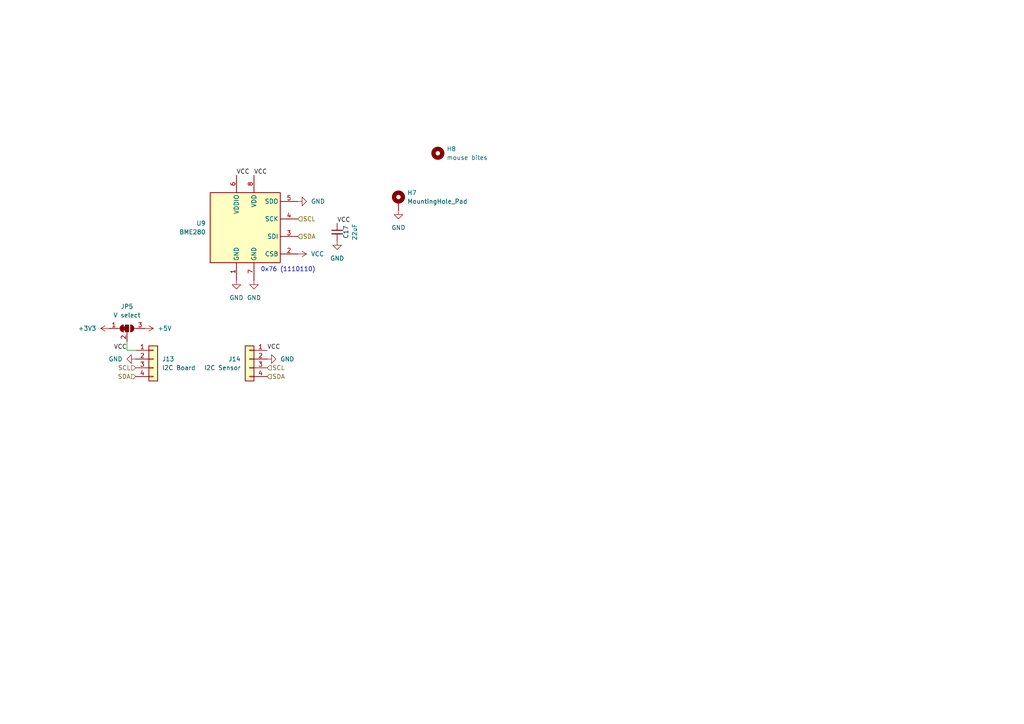
<source format=kicad_sch>
(kicad_sch (version 20231120) (generator "eeschema") (generator_version "8.0")
  (paper "A4")
  (lib_symbols
    (symbol "Connector_Generic:Conn_01x04" (pin_names (offset 1.016) hide)
      (property "Reference" "J" (at 0 5.08 0))
      (property "Value" "Conn_01x04" (at 0 -7.62 0))
      (symbol "Conn_01x04_1_1"
        (rectangle (start -1.27 -4.953) (end 0 -5.207) (stroke (width 0.1524)))
        (rectangle (start -1.27 -2.413) (end 0 -2.667) (stroke (width 0.1524)))
        (rectangle (start -1.27 0.127) (end 0 -0.127) (stroke (width 0.1524)))
        (rectangle (start -1.27 2.667) (end 0 2.413) (stroke (width 0.1524)))
        (rectangle (start -1.27 3.81) (end 1.27 -6.35) (stroke (width 0.254)) (fill (type background)))
        (pin passive line (at -5.08 2.54 0) (length 3.81) (name "Pin_1") (number "1"))
        (pin passive line (at -5.08 0 0) (length 3.81) (name "Pin_2") (number "2"))
        (pin passive line (at -5.08 -2.54 0) (length 3.81) (name "Pin_3") (number "3"))
        (pin passive line (at -5.08 -5.08 0) (length 3.81) (name "Pin_4") (number "4"))
      )
    )
    (symbol "Device:C_Small" (pin_numbers hide) (pin_names (offset 0.254) hide)
      (property "Reference" "C" (at 0.254 1.778 0))
      (property "Value" "C_Small" (at 0.254 -2.032 0))
      (symbol "C_Small_0_1"
        (polyline (pts (xy -1.524 -0.508) (xy 1.524 -0.508)) (stroke (width 0.3302)))
        (polyline (pts (xy -1.524 0.508) (xy 1.524 0.508)) (stroke (width 0.3048)))
      )
      (symbol "C_Small_1_1"
        (pin passive line (at 0 2.54 270) (length 2.032) (name "~") (number "1"))
        (pin passive line (at 0 -2.54 90) (length 2.032) (name "~") (number "2"))
      )
    )
    (symbol "Jumper:SolderJumper_3_Bridged12" (pin_names (offset 0) hide) (exclude_from_sim yes) (in_bom no)
      (property "Reference" "JP" (at -2.54 -2.54 0))
      (property "Value" "SolderJumper_3_Bridged12" (at 0 2.794 0))
      (symbol "SolderJumper_3_Bridged12_0_1"
        (rectangle (start -1.016 0.508) (end -0.508 -0.508) (fill (type outline)))
        (arc (start -1.016 1.016) (mid -2.0276 0) (end -1.016 -1.016))
        (arc (start -1.016 1.016) (mid -2.0276 0) (end -1.016 -1.016) (fill (type outline)))
        (rectangle (start -0.508 1.016) (end 0.508 -1.016) (fill (type outline)))
        (polyline (pts (xy -2.54 0) (xy -2.032 0)))
        (polyline (pts (xy -1.016 1.016) (xy -1.016 -1.016)))
        (polyline (pts (xy 0 -1.27) (xy 0 -1.016)))
        (polyline (pts (xy 1.016 1.016) (xy 1.016 -1.016)))
        (polyline (pts (xy 2.54 0) (xy 2.032 0)))
        (arc (start 1.016 -1.016) (mid 2.0276 0) (end 1.016 1.016))
        (arc (start 1.016 -1.016) (mid 2.0276 0) (end 1.016 1.016) (fill (type outline)))
      )
      (symbol "SolderJumper_3_Bridged12_1_1"
        (pin passive line (at -5.08 0 0) (length 2.54) (name "A") (number "1"))
        (pin passive line (at 0 -3.81 90) (length 2.54) (name "C") (number "2"))
        (pin passive line (at 5.08 0 180) (length 2.54) (name "B") (number "3"))
      )
    )
    (symbol "Mechanical:MountingHole" (pin_names (offset 1.016)) (exclude_from_sim yes) (in_bom no)
      (property "Reference" "H" (at 0 5.08 0))
      (property "Value" "MountingHole" (at 0 3.175 0))
      (symbol "MountingHole_0_1"
        (circle (center 0 0) (radius 1.27) (stroke (width 1.27)))
      )
    )
    (symbol "Mechanical:MountingHole_Pad" (pin_numbers hide) (pin_names (offset 1.016) hide) (exclude_from_sim yes) (in_bom no)
      (property "Reference" "H" (at 0 6.35 0))
      (property "Value" "MountingHole_Pad" (at 0 4.445 0))
      (symbol "MountingHole_Pad_0_1"
        (circle (center 0 1.27) (radius 1.27) (stroke (width 1.27)))
      )
      (symbol "MountingHole_Pad_1_1"
        (pin input line (at 0 -2.54 90) (length 2.54) (name "1") (number "1"))
      )
    )
    (symbol "Sensor:BME280"
      (property "Reference" "U" (at -8.89 11.43 0))
      (property "Value" "BME280" (at 7.62 11.43 0))
      (symbol "BME280_0_1"
        (rectangle (start -10.16 10.16) (end 10.16 -10.16) (stroke (width 0.254)) (fill (type background)))
      )
      (symbol "BME280_1_1"
        (pin power_in line (at -2.54 -15.24 90) (length 5.08) (name "GND") (number "1"))
        (pin input line (at 15.24 -7.62 180) (length 5.08) (name "CSB") (number "2"))
        (pin bidirectional line (at 15.24 -2.54 180) (length 5.08) (name "SDI") (number "3"))
        (pin input line (at 15.24 2.54 180) (length 5.08) (name "SCK") (number "4"))
        (pin bidirectional line (at 15.24 7.62 180) (length 5.08) (name "SDO") (number "5"))
        (pin power_in line (at -2.54 15.24 270) (length 5.08) (name "VDDIO") (number "6"))
        (pin power_in line (at 2.54 -15.24 90) (length 5.08) (name "GND") (number "7"))
        (pin power_in line (at 2.54 15.24 270) (length 5.08) (name "VDD") (number "8"))
      )
    )
    (symbol "power:+3V3" (power) (pin_numbers hide) (pin_names (offset 0) hide)
      (property "Value" "+3V3" (at 0 3.556 0))
      (symbol "+3V3_0_1"
        (polyline (pts (xy -0.762 1.27) (xy 0 2.54)))
        (polyline (pts (xy 0 0) (xy 0 2.54)))
        (polyline (pts (xy 0 2.54) (xy 0.762 1.27)))
      )
      (symbol "+3V3_1_1"
        (pin power_in line (at 0 0 90) (length 0) (name "~") (number "1"))
      )
    )
    (symbol "power:+5V" (power) (pin_numbers hide) (pin_names (offset 0) hide)
      (property "Value" "+5V" (at 0 3.556 0))
      (symbol "+5V_0_1"
        (polyline (pts (xy -0.762 1.27) (xy 0 2.54)))
        (polyline (pts (xy 0 0) (xy 0 2.54)))
        (polyline (pts (xy 0 2.54) (xy 0.762 1.27)))
      )
      (symbol "+5V_1_1"
        (pin power_in line (at 0 0 90) (length 0) (name "~") (number "1"))
      )
    )
    (symbol "power:GND" (power) (pin_numbers hide) (pin_names (offset 0) hide)
      (property "Value" "GND" (at 0 -3.81 0))
      (symbol "GND_0_1"
        (polyline (pts (xy 0 0) (xy 0 -1.27) (xy 1.27 -1.27) (xy 0 -2.54) (xy -1.27 -1.27) (xy 0 -1.27)))
      )
      (symbol "GND_1_1"
        (pin power_in line (at 0 0 270) (length 0) (name "~") (number "1"))
      )
    )
    (symbol "power:VCC" (power) (pin_numbers hide) (pin_names (offset 0) hide)
      (property "Value" "VCC" (at 0 3.556 0))
      (symbol "VCC_0_1"
        (polyline (pts (xy -0.762 1.27) (xy 0 2.54)))
        (polyline (pts (xy 0 0) (xy 0 2.54)))
        (polyline (pts (xy 0 2.54) (xy 0.762 1.27)))
      )
      (symbol "VCC_1_1"
        (pin power_in line (at 0 0 90) (length 0) (name "~") (number "1"))
      )
    )
  )
  (wire (pts (xy 36.83 99.06) (xy 36.83 101.6)))
  (wire (pts (xy 36.83 101.6) (xy 39.37 101.6)))
  (text "0x76 (1110110)" (at 83.566 78.232 0) (effects (font (size 1.27 1.27))))
  (label "VCC" (at 36.83 101.6 180))
  (label "VCC" (at 68.58 50.8 0))
  (label "VCC" (at 97.79 64.77 0))
  (label "VCC" (at 77.47 101.6 0))
  (label "VCC" (at 73.66 50.8 0))
  (hierarchical_label "SCL" (shape input) (at 77.47 106.68 0))
  (hierarchical_label "SDA" (shape input) (at 86.36 68.58 0))
  (hierarchical_label "SCL" (shape input) (at 39.37 106.68 180))
  (hierarchical_label "SDA" (shape input) (at 77.47 109.22 0))
  (hierarchical_label "SDA" (shape input) (at 39.37 109.22 180))
  (hierarchical_label "SCL" (shape input) (at 86.36 63.5 0))
  (symbol (lib_id "power:GND") (at 115.57 60.96 0) (unit 1)
    (property "Reference" "#PWR094" (effects (hide yes)))
    (property "Value" "GND" (at 115.57 66.04 0))
    (property "Description" "Power symbol creates a global label with name \"GND\" , ground" (effects (hide yes)))
  )
  (symbol (lib_id "power:GND") (at 77.47 104.14 90) (mirror x) (unit 1)
    (property "Reference" "#PWR090" (effects (hide yes)))
    (property "Value" "GND" (at 81.28 104.1399 90) (effects (justify right)))
    (property "Description" "Power symbol creates a global label with name \"GND\" , ground" (effects (hide yes)))
  )
  (symbol (lib_id "Mechanical:MountingHole_Pad") (at 115.57 58.42 0) (unit 1) (exclude_from_sim yes) (in_bom no)
    (property "Reference" "H7" (at 118.11 55.8799 0) (effects (justify left)))
    (property "Value" "MountingHole_Pad" (at 118.11 58.4199 0) (effects (justify left)))
    (property "Footprint" "MountingHole:MountingHole_3.2mm_M3_Pad" (effects (hide yes)))
    (property "Description" "Mounting Hole with connection" (effects (hide yes)))
  )
  (symbol (lib_id "Sensor:BME280") (at 71.12 66.04 0) (unit 1)
    (property "Reference" "U9" (at 59.69 64.7699 0) (effects (justify right)))
    (property "Value" "BME280" (at 59.69 67.3099 0) (effects (justify right)))
    (property "Footprint" "Package_LGA:Bosch_LGA-8_2.5x2.5mm_P0.65mm_ClockwisePinNumbering" (effects (hide yes)))
    (property "Datasheet" "https://www.bosch-sensortec.com/media/boschsensortec/downloads/datasheets/bst-bme280-ds002.pdf" (effects (hide yes)))
    (property "Description" "3-in-1 sensor, humidity, pressure, temperature, I2C and SPI interface, 1.71-3.6V, LGA-8" (effects (hide yes)))
  )
  (symbol (lib_id "Connector_Generic:Conn_01x04") (at 72.39 104.14 0) (mirror y) (unit 1)
    (property "Reference" "J14" (at 69.85 104.1399 0) (effects (justify left)))
    (property "Value" "I2C Sensor" (at 69.85 106.6799 0) (effects (justify left)))
    (property "Footprint" "Connector_PinHeader_2.54mm:PinHeader_1x04_P2.54mm_Vertical" (effects (hide yes)))
    (property "Description" "Generic connector, single row, 01x04, script generated (kicad-library-utils/schlib/autogen/connector/)" (effects (hide yes)))
  )
  (symbol (lib_id "power:GND") (at 97.79 69.85 0) (unit 1)
    (property "Reference" "#PWR093" (effects (hide yes)))
    (property "Value" "GND" (at 97.79 74.93 0))
    (property "Description" "Power symbol creates a global label with name \"GND\" , ground" (effects (hide yes)))
  )
  (symbol (lib_id "Device:C_Small") (at 97.79 67.31 0) (unit 1)
    (property "Reference" "C17" (at 100.33 67.31 90))
    (property "Value" "22uF" (at 102.87 67.31 90))
    (property "Footprint" "Capacitor_SMD:C_0603_1608Metric" (effects (hide yes)))
    (property "Description" "Unpolarized capacitor, small symbol" (effects (hide yes)))
  )
  (symbol (lib_id "power:+5V") (at 41.91 95.25 270) (unit 1)
    (property "Reference" "#PWR087" (effects (hide yes)))
    (property "Value" "+5V" (at 45.72 95.2499 90) (effects (justify left)))
    (property "Description" "Power symbol creates a global label with name \"+5V\"" (effects (hide yes)))
  )
  (symbol (lib_id "power:VCC") (at 86.36 73.66 270) (unit 1)
    (property "Reference" "#PWR092" (effects (hide yes)))
    (property "Value" "VCC" (at 90.17 73.6599 90) (effects (justify left)))
    (property "Description" "Power symbol creates a global label with name \"VCC\"" (effects (hide yes)))
  )
  (symbol (lib_id "power:GND") (at 86.36 58.42 90) (unit 1)
    (property "Reference" "#PWR091" (effects (hide yes)))
    (property "Value" "GND" (at 90.17 58.4199 90) (effects (justify right)))
    (property "Description" "Power symbol creates a global label with name \"GND\" , ground" (effects (hide yes)))
  )
  (symbol (lib_id "power:GND") (at 68.58 81.28 0) (unit 1)
    (property "Reference" "#PWR088" (effects (hide yes)))
    (property "Value" "GND" (at 68.58 86.36 0))
    (property "Description" "Power symbol creates a global label with name \"GND\" , ground" (effects (hide yes)))
  )
  (symbol (lib_id "power:GND") (at 39.37 104.14 270) (unit 1)
    (property "Reference" "#PWR086" (effects (hide yes)))
    (property "Value" "GND" (at 35.56 104.1399 90) (effects (justify right)))
    (property "Description" "Power symbol creates a global label with name \"GND\" , ground" (effects (hide yes)))
  )
  (symbol (lib_id "Jumper:SolderJumper_3_Bridged12") (at 36.83 95.25 0) (unit 1) (exclude_from_sim yes) (in_bom no)
    (property "Reference" "JP5" (at 36.83 88.9 0))
    (property "Value" "V select" (at 36.83 91.44 0))
    (property "Footprint" "Jumper:SolderJumper-3_P1.3mm_Bridged12_RoundedPad1.0x1.5mm" (effects (hide yes)))
    (property "Description" "3-pole Solder Jumper, pins 1+2 closed/bridged" (effects (hide yes)))
  )
  (symbol (lib_id "Mechanical:MountingHole") (at 127 44.45 0) (unit 1) (exclude_from_sim yes) (in_bom no)
    (property "Reference" "H8" (at 129.54 43.1799 0) (effects (justify left)))
    (property "Value" "mouse bites" (at 129.54 45.7199 0) (effects (justify left)))
    (property "Footprint" "panelization:mouse-bite-3mm-slot" (effects (hide yes)))
    (property "Description" "Mounting Hole without connection" (effects (hide yes)))
  )
  (symbol (lib_id "power:GND") (at 73.66 81.28 0) (unit 1)
    (property "Reference" "#PWR089" (effects (hide yes)))
    (property "Value" "GND" (at 73.66 86.36 0))
    (property "Description" "Power symbol creates a global label with name \"GND\" , ground" (effects (hide yes)))
  )
  (symbol (lib_id "Connector_Generic:Conn_01x04") (at 44.45 104.14 0) (unit 1)
    (property "Reference" "J13" (at 46.99 104.1399 0) (effects (justify left)))
    (property "Value" "I2C Board" (at 46.99 106.6799 0) (effects (justify left)))
    (property "Footprint" "Connector_PinSocket_2.54mm:PinSocket_1x04_P2.54mm_Vertical" (effects (hide yes)))
    (property "Description" "Generic connector, single row, 01x04, script generated (kicad-library-utils/schlib/autogen/connector/)" (effects (hide yes)))
  )
  (symbol (lib_id "power:+3V3") (at 31.75 95.25 90) (unit 1)
    (property "Reference" "#PWR085" (effects (hide yes)))
    (property "Value" "+3V3" (at 27.94 95.2499 90) (effects (justify left)))
    (property "Description" "Power symbol creates a global label with name \"+3V3\"" (effects (hide yes)))
  )
)
</source>
